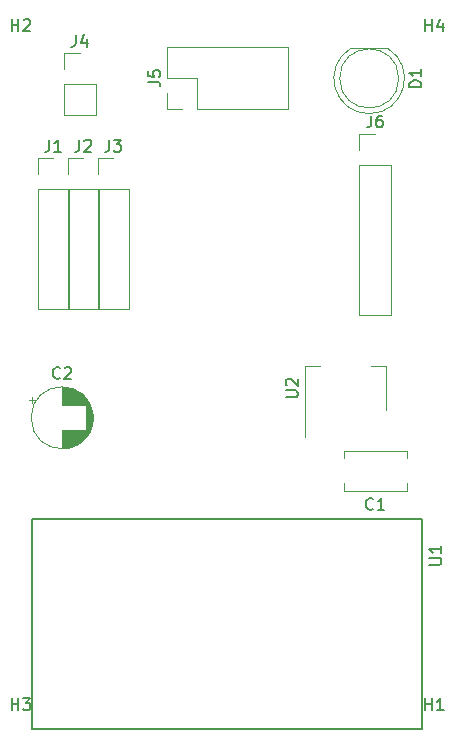
<source format=gbr>
%TF.GenerationSoftware,KiCad,Pcbnew,(6.0.8)*%
%TF.CreationDate,2022-11-21T10:59:59-06:00*%
%TF.ProjectId,Receiver,52656365-6976-4657-922e-6b696361645f,rev?*%
%TF.SameCoordinates,Original*%
%TF.FileFunction,Legend,Top*%
%TF.FilePolarity,Positive*%
%FSLAX46Y46*%
G04 Gerber Fmt 4.6, Leading zero omitted, Abs format (unit mm)*
G04 Created by KiCad (PCBNEW (6.0.8)) date 2022-11-21 10:59:59*
%MOMM*%
%LPD*%
G01*
G04 APERTURE LIST*
%ADD10C,0.150000*%
%ADD11C,0.120000*%
%ADD12C,0.127000*%
G04 APERTURE END LIST*
D10*
%TO.C,D1*%
X165412380Y-83508095D02*
X164412380Y-83508095D01*
X164412380Y-83270000D01*
X164460000Y-83127142D01*
X164555238Y-83031904D01*
X164650476Y-82984285D01*
X164840952Y-82936666D01*
X164983809Y-82936666D01*
X165174285Y-82984285D01*
X165269523Y-83031904D01*
X165364761Y-83127142D01*
X165412380Y-83270000D01*
X165412380Y-83508095D01*
X165412380Y-81984285D02*
X165412380Y-82555714D01*
X165412380Y-82270000D02*
X164412380Y-82270000D01*
X164555238Y-82365238D01*
X164650476Y-82460476D01*
X164698095Y-82555714D01*
%TO.C,J6*%
X161166666Y-85922380D02*
X161166666Y-86636666D01*
X161119047Y-86779523D01*
X161023809Y-86874761D01*
X160880952Y-86922380D01*
X160785714Y-86922380D01*
X162071428Y-85922380D02*
X161880952Y-85922380D01*
X161785714Y-85970000D01*
X161738095Y-86017619D01*
X161642857Y-86160476D01*
X161595238Y-86350952D01*
X161595238Y-86731904D01*
X161642857Y-86827142D01*
X161690476Y-86874761D01*
X161785714Y-86922380D01*
X161976190Y-86922380D01*
X162071428Y-86874761D01*
X162119047Y-86827142D01*
X162166666Y-86731904D01*
X162166666Y-86493809D01*
X162119047Y-86398571D01*
X162071428Y-86350952D01*
X161976190Y-86303333D01*
X161785714Y-86303333D01*
X161690476Y-86350952D01*
X161642857Y-86398571D01*
X161595238Y-86493809D01*
%TO.C,U2*%
X153952380Y-109761904D02*
X154761904Y-109761904D01*
X154857142Y-109714285D01*
X154904761Y-109666666D01*
X154952380Y-109571428D01*
X154952380Y-109380952D01*
X154904761Y-109285714D01*
X154857142Y-109238095D01*
X154761904Y-109190476D01*
X153952380Y-109190476D01*
X154047619Y-108761904D02*
X154000000Y-108714285D01*
X153952380Y-108619047D01*
X153952380Y-108380952D01*
X154000000Y-108285714D01*
X154047619Y-108238095D01*
X154142857Y-108190476D01*
X154238095Y-108190476D01*
X154380952Y-108238095D01*
X154952380Y-108809523D01*
X154952380Y-108190476D01*
%TO.C,J4*%
X136166666Y-79082380D02*
X136166666Y-79796666D01*
X136119047Y-79939523D01*
X136023809Y-80034761D01*
X135880952Y-80082380D01*
X135785714Y-80082380D01*
X137071428Y-79415714D02*
X137071428Y-80082380D01*
X136833333Y-79034761D02*
X136595238Y-79749047D01*
X137214285Y-79749047D01*
%TO.C,H4*%
X165738095Y-78752380D02*
X165738095Y-77752380D01*
X165738095Y-78228571D02*
X166309523Y-78228571D01*
X166309523Y-78752380D02*
X166309523Y-77752380D01*
X167214285Y-78085714D02*
X167214285Y-78752380D01*
X166976190Y-77704761D02*
X166738095Y-78419047D01*
X167357142Y-78419047D01*
%TO.C,J2*%
X136456666Y-87962380D02*
X136456666Y-88676666D01*
X136409047Y-88819523D01*
X136313809Y-88914761D01*
X136170952Y-88962380D01*
X136075714Y-88962380D01*
X136885238Y-88057619D02*
X136932857Y-88010000D01*
X137028095Y-87962380D01*
X137266190Y-87962380D01*
X137361428Y-88010000D01*
X137409047Y-88057619D01*
X137456666Y-88152857D01*
X137456666Y-88248095D01*
X137409047Y-88390952D01*
X136837619Y-88962380D01*
X137456666Y-88962380D01*
%TO.C,H2*%
X130738095Y-78752380D02*
X130738095Y-77752380D01*
X130738095Y-78228571D02*
X131309523Y-78228571D01*
X131309523Y-78752380D02*
X131309523Y-77752380D01*
X131738095Y-77847619D02*
X131785714Y-77800000D01*
X131880952Y-77752380D01*
X132119047Y-77752380D01*
X132214285Y-77800000D01*
X132261904Y-77847619D01*
X132309523Y-77942857D01*
X132309523Y-78038095D01*
X132261904Y-78180952D01*
X131690476Y-78752380D01*
X132309523Y-78752380D01*
%TO.C,J1*%
X133916666Y-87962380D02*
X133916666Y-88676666D01*
X133869047Y-88819523D01*
X133773809Y-88914761D01*
X133630952Y-88962380D01*
X133535714Y-88962380D01*
X134916666Y-88962380D02*
X134345238Y-88962380D01*
X134630952Y-88962380D02*
X134630952Y-87962380D01*
X134535714Y-88105238D01*
X134440476Y-88200476D01*
X134345238Y-88248095D01*
%TO.C,U1*%
X166087380Y-123936904D02*
X166896904Y-123936904D01*
X166992142Y-123889285D01*
X167039761Y-123841666D01*
X167087380Y-123746428D01*
X167087380Y-123555952D01*
X167039761Y-123460714D01*
X166992142Y-123413095D01*
X166896904Y-123365476D01*
X166087380Y-123365476D01*
X167087380Y-122365476D02*
X167087380Y-122936904D01*
X167087380Y-122651190D02*
X166087380Y-122651190D01*
X166230238Y-122746428D01*
X166325476Y-122841666D01*
X166373095Y-122936904D01*
%TO.C,H1*%
X165738095Y-136252380D02*
X165738095Y-135252380D01*
X165738095Y-135728571D02*
X166309523Y-135728571D01*
X166309523Y-136252380D02*
X166309523Y-135252380D01*
X167309523Y-136252380D02*
X166738095Y-136252380D01*
X167023809Y-136252380D02*
X167023809Y-135252380D01*
X166928571Y-135395238D01*
X166833333Y-135490476D01*
X166738095Y-135538095D01*
%TO.C,C2*%
X134833333Y-108107142D02*
X134785714Y-108154761D01*
X134642857Y-108202380D01*
X134547619Y-108202380D01*
X134404761Y-108154761D01*
X134309523Y-108059523D01*
X134261904Y-107964285D01*
X134214285Y-107773809D01*
X134214285Y-107630952D01*
X134261904Y-107440476D01*
X134309523Y-107345238D01*
X134404761Y-107250000D01*
X134547619Y-107202380D01*
X134642857Y-107202380D01*
X134785714Y-107250000D01*
X134833333Y-107297619D01*
X135214285Y-107297619D02*
X135261904Y-107250000D01*
X135357142Y-107202380D01*
X135595238Y-107202380D01*
X135690476Y-107250000D01*
X135738095Y-107297619D01*
X135785714Y-107392857D01*
X135785714Y-107488095D01*
X135738095Y-107630952D01*
X135166666Y-108202380D01*
X135785714Y-108202380D01*
%TO.C,C1*%
X161333333Y-119207142D02*
X161285714Y-119254761D01*
X161142857Y-119302380D01*
X161047619Y-119302380D01*
X160904761Y-119254761D01*
X160809523Y-119159523D01*
X160761904Y-119064285D01*
X160714285Y-118873809D01*
X160714285Y-118730952D01*
X160761904Y-118540476D01*
X160809523Y-118445238D01*
X160904761Y-118350000D01*
X161047619Y-118302380D01*
X161142857Y-118302380D01*
X161285714Y-118350000D01*
X161333333Y-118397619D01*
X162285714Y-119302380D02*
X161714285Y-119302380D01*
X162000000Y-119302380D02*
X162000000Y-118302380D01*
X161904761Y-118445238D01*
X161809523Y-118540476D01*
X161714285Y-118588095D01*
%TO.C,J3*%
X138996666Y-87962380D02*
X138996666Y-88676666D01*
X138949047Y-88819523D01*
X138853809Y-88914761D01*
X138710952Y-88962380D01*
X138615714Y-88962380D01*
X139377619Y-87962380D02*
X139996666Y-87962380D01*
X139663333Y-88343333D01*
X139806190Y-88343333D01*
X139901428Y-88390952D01*
X139949047Y-88438571D01*
X139996666Y-88533809D01*
X139996666Y-88771904D01*
X139949047Y-88867142D01*
X139901428Y-88914761D01*
X139806190Y-88962380D01*
X139520476Y-88962380D01*
X139425238Y-88914761D01*
X139377619Y-88867142D01*
%TO.C,J5*%
X142312380Y-83063333D02*
X143026666Y-83063333D01*
X143169523Y-83110952D01*
X143264761Y-83206190D01*
X143312380Y-83349047D01*
X143312380Y-83444285D01*
X142312380Y-82110952D02*
X142312380Y-82587142D01*
X142788571Y-82634761D01*
X142740952Y-82587142D01*
X142693333Y-82491904D01*
X142693333Y-82253809D01*
X142740952Y-82158571D01*
X142788571Y-82110952D01*
X142883809Y-82063333D01*
X143121904Y-82063333D01*
X143217142Y-82110952D01*
X143264761Y-82158571D01*
X143312380Y-82253809D01*
X143312380Y-82491904D01*
X143264761Y-82587142D01*
X143217142Y-82634761D01*
%TO.C,H3*%
X130738095Y-136252380D02*
X130738095Y-135252380D01*
X130738095Y-135728571D02*
X131309523Y-135728571D01*
X131309523Y-136252380D02*
X131309523Y-135252380D01*
X131690476Y-135252380D02*
X132309523Y-135252380D01*
X131976190Y-135633333D01*
X132119047Y-135633333D01*
X132214285Y-135680952D01*
X132261904Y-135728571D01*
X132309523Y-135823809D01*
X132309523Y-136061904D01*
X132261904Y-136157142D01*
X132214285Y-136204761D01*
X132119047Y-136252380D01*
X131833333Y-136252380D01*
X131738095Y-136204761D01*
X131690476Y-136157142D01*
D11*
%TO.C,D1*%
X162545000Y-80210000D02*
X159455000Y-80210000D01*
X159455170Y-80210000D02*
G75*
G03*
X161000462Y-85760000I1544830J-2560000D01*
G01*
X160999538Y-85760000D02*
G75*
G03*
X162544830Y-80210000I462J2990000D01*
G01*
X163500000Y-82770000D02*
G75*
G03*
X163500000Y-82770000I-2500000J0D01*
G01*
%TO.C,J6*%
X160170000Y-90070000D02*
X160170000Y-102830000D01*
X160170000Y-88800000D02*
X160170000Y-87470000D01*
X160170000Y-102830000D02*
X162830000Y-102830000D01*
X162830000Y-90070000D02*
X162830000Y-102830000D01*
X160170000Y-87470000D02*
X161500000Y-87470000D01*
X160170000Y-90070000D02*
X162830000Y-90070000D01*
%TO.C,U2*%
X155590000Y-107090000D02*
X156850000Y-107090000D01*
X155590000Y-113100000D02*
X155590000Y-107090000D01*
X162410000Y-110850000D02*
X162410000Y-107090000D01*
X162410000Y-107090000D02*
X161150000Y-107090000D01*
%TO.C,J4*%
X135170000Y-81960000D02*
X135170000Y-80630000D01*
X135170000Y-80630000D02*
X136500000Y-80630000D01*
X135170000Y-85830000D02*
X137830000Y-85830000D01*
X135170000Y-83230000D02*
X135170000Y-85830000D01*
X135170000Y-83230000D02*
X137830000Y-83230000D01*
X137830000Y-83230000D02*
X137830000Y-85830000D01*
%TO.C,J2*%
X135460000Y-92110000D02*
X135460000Y-102330000D01*
X138120000Y-92110000D02*
X138120000Y-102330000D01*
X135460000Y-92110000D02*
X138120000Y-92110000D01*
X135460000Y-102330000D02*
X138120000Y-102330000D01*
X135460000Y-90840000D02*
X135460000Y-89510000D01*
X135460000Y-89510000D02*
X136790000Y-89510000D01*
%TO.C,J1*%
X132920000Y-102330000D02*
X135580000Y-102330000D01*
X132920000Y-92110000D02*
X135580000Y-92110000D01*
X132920000Y-92110000D02*
X132920000Y-102330000D01*
X135580000Y-92110000D02*
X135580000Y-102330000D01*
X132920000Y-90840000D02*
X132920000Y-89510000D01*
X132920000Y-89510000D02*
X134250000Y-89510000D01*
D12*
%TO.C,U1*%
X165510000Y-120110000D02*
X132490000Y-120110000D01*
X132490000Y-120110000D02*
X132490000Y-137890000D01*
X165510000Y-137890000D02*
X165510000Y-120110000D01*
X132490000Y-137890000D02*
X165510000Y-137890000D01*
D11*
%TO.C,C2*%
X136881000Y-109715000D02*
X136881000Y-110460000D01*
X136441000Y-109351000D02*
X136441000Y-110460000D01*
X136361000Y-109300000D02*
X136361000Y-110460000D01*
X135040000Y-108920000D02*
X135040000Y-110460000D01*
X136121000Y-112540000D02*
X136121000Y-113829000D01*
X136601000Y-112540000D02*
X136601000Y-113535000D01*
X136321000Y-112540000D02*
X136321000Y-113724000D01*
X137601000Y-111216000D02*
X137601000Y-111784000D01*
X137001000Y-109847000D02*
X137001000Y-110460000D01*
X137321000Y-110322000D02*
X137321000Y-112678000D01*
X135520000Y-108972000D02*
X135520000Y-110460000D01*
X136521000Y-112540000D02*
X136521000Y-113595000D01*
X135280000Y-108935000D02*
X135280000Y-110460000D01*
X136081000Y-112540000D02*
X136081000Y-113848000D01*
X136801000Y-112540000D02*
X136801000Y-113364000D01*
X135480000Y-108964000D02*
X135480000Y-110460000D01*
X135040000Y-112540000D02*
X135040000Y-114080000D01*
X137161000Y-110057000D02*
X137161000Y-112943000D01*
X136481000Y-109378000D02*
X136481000Y-110460000D01*
X137561000Y-110982000D02*
X137561000Y-112018000D01*
X135881000Y-109072000D02*
X135881000Y-110460000D01*
X136481000Y-112540000D02*
X136481000Y-113622000D01*
X137041000Y-109895000D02*
X137041000Y-113105000D01*
X135520000Y-112540000D02*
X135520000Y-114028000D01*
X137001000Y-112540000D02*
X137001000Y-113153000D01*
X135801000Y-112540000D02*
X135801000Y-113955000D01*
X135600000Y-112540000D02*
X135600000Y-114011000D01*
X135680000Y-109009000D02*
X135680000Y-110460000D01*
X135240000Y-108931000D02*
X135240000Y-110460000D01*
X135000000Y-112540000D02*
X135000000Y-114080000D01*
X136241000Y-112540000D02*
X136241000Y-113768000D01*
X136241000Y-109232000D02*
X136241000Y-110460000D01*
X137361000Y-110402000D02*
X137361000Y-112598000D01*
X136441000Y-112540000D02*
X136441000Y-113649000D01*
X135440000Y-112540000D02*
X135440000Y-114043000D01*
X135160000Y-112540000D02*
X135160000Y-114076000D01*
X135640000Y-108999000D02*
X135640000Y-110460000D01*
X135160000Y-108924000D02*
X135160000Y-110460000D01*
X136841000Y-109674000D02*
X136841000Y-110460000D01*
X137121000Y-110000000D02*
X137121000Y-113000000D01*
X136641000Y-109496000D02*
X136641000Y-110460000D01*
X135921000Y-109086000D02*
X135921000Y-110460000D01*
X136041000Y-109135000D02*
X136041000Y-110460000D01*
X136561000Y-109435000D02*
X136561000Y-110460000D01*
X137281000Y-110249000D02*
X137281000Y-112751000D01*
X135721000Y-112540000D02*
X135721000Y-113980000D01*
X135360000Y-112540000D02*
X135360000Y-114056000D01*
X135240000Y-112540000D02*
X135240000Y-114069000D01*
X136361000Y-112540000D02*
X136361000Y-113700000D01*
X135921000Y-112540000D02*
X135921000Y-113914000D01*
X135961000Y-109102000D02*
X135961000Y-110460000D01*
X135280000Y-112540000D02*
X135280000Y-114065000D01*
X135320000Y-112540000D02*
X135320000Y-114061000D01*
X135881000Y-112540000D02*
X135881000Y-113928000D01*
X135400000Y-108950000D02*
X135400000Y-110460000D01*
X135801000Y-109045000D02*
X135801000Y-110460000D01*
X136121000Y-109171000D02*
X136121000Y-110460000D01*
X132445225Y-109775000D02*
X132445225Y-110275000D01*
X136161000Y-109190000D02*
X136161000Y-110460000D01*
X135120000Y-108922000D02*
X135120000Y-110460000D01*
X135560000Y-112540000D02*
X135560000Y-114020000D01*
X136521000Y-109405000D02*
X136521000Y-110460000D01*
X136401000Y-112540000D02*
X136401000Y-113675000D01*
X137441000Y-110585000D02*
X137441000Y-112415000D01*
X135761000Y-112540000D02*
X135761000Y-113968000D01*
X137241000Y-110181000D02*
X137241000Y-112819000D01*
X135841000Y-109058000D02*
X135841000Y-110460000D01*
X136721000Y-109563000D02*
X136721000Y-110460000D01*
X136161000Y-112540000D02*
X136161000Y-113810000D01*
X136881000Y-112540000D02*
X136881000Y-113285000D01*
X135560000Y-108980000D02*
X135560000Y-110460000D01*
X136001000Y-109118000D02*
X136001000Y-110460000D01*
X135360000Y-108944000D02*
X135360000Y-110460000D01*
X136921000Y-109757000D02*
X136921000Y-110460000D01*
X136401000Y-109325000D02*
X136401000Y-110460000D01*
X135080000Y-108921000D02*
X135080000Y-110460000D01*
X136681000Y-109529000D02*
X136681000Y-110460000D01*
X135961000Y-112540000D02*
X135961000Y-113898000D01*
X135841000Y-112540000D02*
X135841000Y-113942000D01*
X136841000Y-112540000D02*
X136841000Y-113326000D01*
X135761000Y-109032000D02*
X135761000Y-110460000D01*
X135000000Y-108920000D02*
X135000000Y-110460000D01*
X137201000Y-110117000D02*
X137201000Y-112883000D01*
X137081000Y-109946000D02*
X137081000Y-113054000D01*
X135120000Y-112540000D02*
X135120000Y-114078000D01*
X135721000Y-109020000D02*
X135721000Y-110460000D01*
X135600000Y-108989000D02*
X135600000Y-110460000D01*
X136281000Y-109253000D02*
X136281000Y-110460000D01*
X136721000Y-112540000D02*
X136721000Y-113437000D01*
X136601000Y-109465000D02*
X136601000Y-110460000D01*
X135480000Y-112540000D02*
X135480000Y-114036000D01*
X135400000Y-112540000D02*
X135400000Y-114050000D01*
X136321000Y-109276000D02*
X136321000Y-110460000D01*
X132195225Y-110025000D02*
X132695225Y-110025000D01*
X136801000Y-109636000D02*
X136801000Y-110460000D01*
X136081000Y-109152000D02*
X136081000Y-110460000D01*
X135200000Y-108927000D02*
X135200000Y-110460000D01*
X136921000Y-112540000D02*
X136921000Y-113243000D01*
X135080000Y-112540000D02*
X135080000Y-114079000D01*
X135200000Y-112540000D02*
X135200000Y-114073000D01*
X136041000Y-112540000D02*
X136041000Y-113865000D01*
X137481000Y-110695000D02*
X137481000Y-112305000D01*
X136561000Y-112540000D02*
X136561000Y-113565000D01*
X137521000Y-110823000D02*
X137521000Y-112177000D01*
X136961000Y-112540000D02*
X136961000Y-113199000D01*
X136201000Y-112540000D02*
X136201000Y-113790000D01*
X136761000Y-109599000D02*
X136761000Y-110460000D01*
X136681000Y-112540000D02*
X136681000Y-113471000D01*
X136281000Y-112540000D02*
X136281000Y-113747000D01*
X136001000Y-112540000D02*
X136001000Y-113882000D01*
X135640000Y-112540000D02*
X135640000Y-114001000D01*
X136641000Y-112540000D02*
X136641000Y-113504000D01*
X137401000Y-110489000D02*
X137401000Y-112511000D01*
X135320000Y-108939000D02*
X135320000Y-110460000D01*
X135440000Y-108957000D02*
X135440000Y-110460000D01*
X136961000Y-109801000D02*
X136961000Y-110460000D01*
X136761000Y-112540000D02*
X136761000Y-113401000D01*
X135680000Y-112540000D02*
X135680000Y-113991000D01*
X136201000Y-109210000D02*
X136201000Y-110460000D01*
X137620000Y-111500000D02*
G75*
G03*
X137620000Y-111500000I-2620000J0D01*
G01*
%TO.C,C1*%
X164170000Y-114279000D02*
X158830000Y-114279000D01*
X158830000Y-117721000D02*
X158830000Y-117055000D01*
X164170000Y-117721000D02*
X158830000Y-117721000D01*
X164170000Y-117721000D02*
X164170000Y-117055000D01*
X158830000Y-114945000D02*
X158830000Y-114279000D01*
X164170000Y-114945000D02*
X164170000Y-114279000D01*
%TO.C,J3*%
X138000000Y-89510000D02*
X139330000Y-89510000D01*
X138000000Y-90840000D02*
X138000000Y-89510000D01*
X138000000Y-102330000D02*
X140660000Y-102330000D01*
X138000000Y-92110000D02*
X140660000Y-92110000D01*
X138000000Y-92110000D02*
X138000000Y-102330000D01*
X140660000Y-92110000D02*
X140660000Y-102330000D01*
%TO.C,J5*%
X146460000Y-85330000D02*
X146460000Y-82730000D01*
X154140000Y-85330000D02*
X154140000Y-80130000D01*
X146460000Y-85330000D02*
X154140000Y-85330000D01*
X143860000Y-82730000D02*
X143860000Y-80130000D01*
X145190000Y-85330000D02*
X143860000Y-85330000D01*
X143860000Y-80130000D02*
X154140000Y-80130000D01*
X143860000Y-85330000D02*
X143860000Y-84000000D01*
X146460000Y-82730000D02*
X143860000Y-82730000D01*
%TD*%
M02*

</source>
